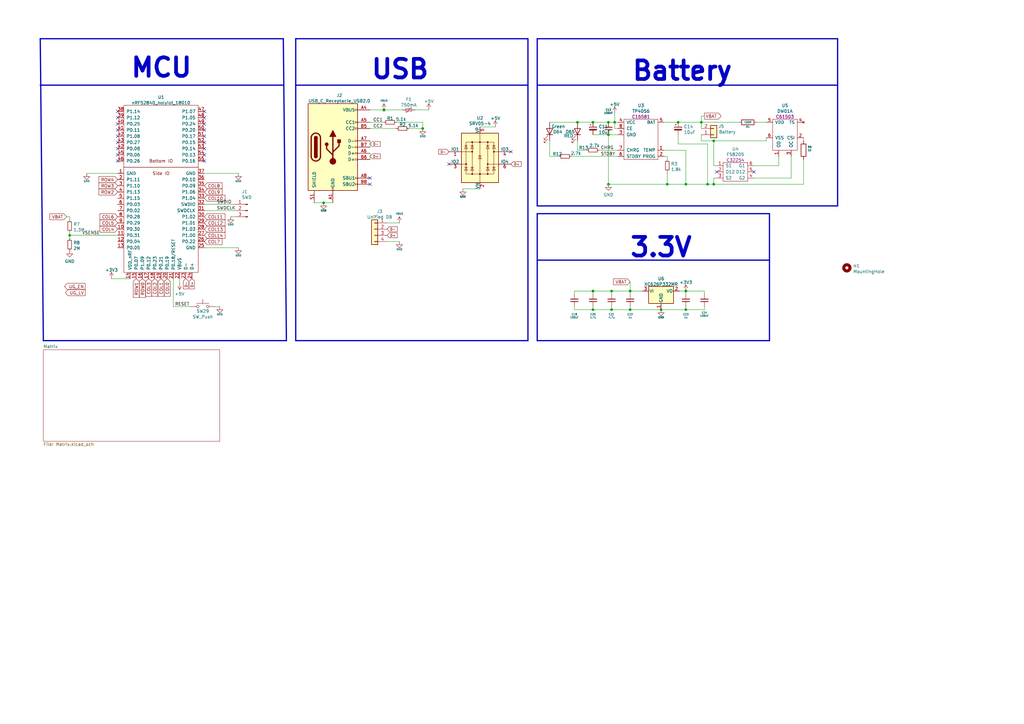
<source format=kicad_sch>
(kicad_sch (version 20210126) (generator eeschema)
  (paper "A3")
  (lib_symbols
    (symbol "Connector:Conn_01x03_Male" (pin_names (offset 1.016) hide)
      (property "Reference" "J" (at 0 5.08 0))
      (property "Value" "Conn_01x03_Male" (at 0 -5.08 0))
      (symbol "Conn_01x03_Male_1_1"
        (rectangle (start 0.8636 -2.413) (end 0 -2.667) (stroke (width 0.1524)) (fill (type outline)))
        (rectangle (start 0.8636 0.127) (end 0 -0.127) (stroke (width 0.1524)) (fill (type outline)))
        (rectangle (start 0.8636 2.667) (end 0 2.413) (stroke (width 0.1524)) (fill (type outline)))
        (polyline (pts (xy 1.27 -2.54) (xy 0.8636 -2.54)) (stroke (width 0.1524)))
        (polyline (pts (xy 1.27 0) (xy 0.8636 0)) (stroke (width 0.1524)))
        (polyline (pts (xy 1.27 2.54) (xy 0.8636 2.54)) (stroke (width 0.1524)))
        (pin passive line (at 5.08 2.54 180) (length 3.81) (name "Pin_1") (number "1"))
        (pin passive line (at 5.08 0 180) (length 3.81) (name "Pin_2") (number "2"))
        (pin passive line (at 5.08 -2.54 180) (length 3.81) (name "Pin_3") (number "3"))
      )
    )
    (symbol "Connector:USB_C_Receptacle_USB2.0" (pin_names (offset 1.016))
      (property "Reference" "J" (at -10.16 19.05 0))
      (property "Value" "USB_C_Receptacle_USB2.0" (at 19.05 19.05 0))
      (symbol "USB_C_Receptacle_USB2.0_0_0"
        (rectangle (start -0.254 -17.78) (end 0.254 -16.764))
        (rectangle (start 10.16 -14.986) (end 9.144 -15.494))
        (rectangle (start 10.16 -12.446) (end 9.144 -12.954))
        (rectangle (start 10.16 -4.826) (end 9.144 -5.334))
        (rectangle (start 10.16 -2.286) (end 9.144 -2.794))
        (rectangle (start 10.16 0.254) (end 9.144 -0.254))
        (rectangle (start 10.16 2.794) (end 9.144 2.286))
        (rectangle (start 10.16 7.874) (end 9.144 7.366))
        (rectangle (start 10.16 10.414) (end 9.144 9.906))
        (rectangle (start 10.16 15.494) (end 9.144 14.986))
      )
      (symbol "USB_C_Receptacle_USB2.0_0_1"
        (arc (start -8.89 -3.81) (end -5.08 -3.81) (radius (at -6.985 -3.81) (length 1.905) (angles -179.9 -0.1)) (stroke (width 0.508)))
        (arc (start -7.62 -3.81) (end -6.35 -3.81) (radius (at -6.985 -3.81) (length 0.635) (angles -179.9 -0.1)) (stroke (width 0.254)))
        (arc (start -6.35 3.81) (end -7.62 3.81) (radius (at -6.985 3.81) (length 0.635) (angles 0.1 179.9)) (stroke (width 0.254)))
        (arc (start -5.08 3.81) (end -8.89 3.81) (radius (at -6.985 3.81) (length 1.905) (angles 0.1 179.9)) (stroke (width 0.508)))
        (arc (start -7.62 -3.81) (end -6.35 -3.81) (radius (at -6.985 -3.81) (length 0.635) (angles -179.9 -0.1)) (stroke (width 0.254)) (fill (type outline)))
        (arc (start -6.35 3.81) (end -7.62 3.81) (radius (at -6.985 3.81) (length 0.635) (angles 0.1 179.9)) (stroke (width 0.254)) (fill (type outline)))
        (circle (center -2.54 1.143) (radius 0.635) (stroke (width 0.254)) (fill (type outline)))
        (circle (center 0 -5.842) (radius 1.27) (fill (type outline)))
        (rectangle (start -7.62 -3.81) (end -6.35 3.81) (stroke (width 0.254)) (fill (type outline)))
        (rectangle (start 1.905 1.778) (end 3.175 3.048) (stroke (width 0.254)) (fill (type outline)))
        (rectangle (start -10.16 17.78) (end 10.16 -17.78) (stroke (width 0.254)) (fill (type background)))
        (polyline (pts (xy -8.89 -3.81) (xy -8.89 3.81)) (stroke (width 0.508)))
        (polyline (pts (xy -5.08 3.81) (xy -5.08 -3.81)) (stroke (width 0.508)))
        (polyline (pts (xy 0 -5.842) (xy 0 4.318)) (stroke (width 0.508)))
        (polyline (pts (xy 0 -3.302) (xy -2.54 -0.762) (xy -2.54 0.508)) (stroke (width 0.508)))
        (polyline (pts (xy 0 -2.032) (xy 2.54 0.508) (xy 2.54 1.778)) (stroke (width 0.508)))
        (polyline (pts (xy -1.27 4.318) (xy 0 6.858) (xy 1.27 4.318) (xy -1.27 4.318)) (stroke (width 0.254)) (fill (type outline)))
      )
      (symbol "USB_C_Receptacle_USB2.0_1_1"
        (pin passive line (at 0 -22.86 90) (length 5.08) (name "GND") (number "A1"))
        (pin passive line (at 0 -22.86 90) (length 5.08) hide (name "GND") (number "A12"))
        (pin passive line (at 15.24 15.24 180) (length 5.08) (name "VBUS") (number "A4"))
        (pin bidirectional line (at 15.24 10.16 180) (length 5.08) (name "CC1") (number "A5"))
        (pin bidirectional line (at 15.24 -2.54 180) (length 5.08) (name "D+") (number "A6"))
        (pin bidirectional line (at 15.24 2.54 180) (length 5.08) (name "D-") (number "A7"))
        (pin bidirectional line (at 15.24 -12.7 180) (length 5.08) (name "SBU1") (number "A8"))
        (pin passive line (at 15.24 15.24 180) (length 5.08) hide (name "VBUS") (number "A9"))
        (pin passive line (at 0 -22.86 90) (length 5.08) hide (name "GND") (number "B1"))
        (pin passive line (at 0 -22.86 90) (length 5.08) hide (name "GND") (number "B12"))
        (pin passive line (at 15.24 15.24 180) (length 5.08) hide (name "VBUS") (number "B4"))
        (pin bidirectional line (at 15.24 7.62 180) (length 5.08) (name "CC2") (number "B5"))
        (pin bidirectional line (at 15.24 -5.08 180) (length 5.08) (name "D+") (number "B6"))
        (pin bidirectional line (at 15.24 0 180) (length 5.08) (name "D-") (number "B7"))
        (pin bidirectional line (at 15.24 -15.24 180) (length 5.08) (name "SBU2") (number "B8"))
        (pin passive line (at 15.24 15.24 180) (length 5.08) hide (name "VBUS") (number "B9"))
        (pin passive line (at -7.62 -22.86 90) (length 5.08) (name "SHIELD") (number "S1"))
      )
    )
    (symbol "Connector_Generic:Conn_01x02" (pin_names (offset 1.016) hide)
      (property "Reference" "J" (at 0 2.54 0))
      (property "Value" "Conn_01x02" (at 0 -5.08 0))
      (symbol "Conn_01x02_1_1"
        (rectangle (start -1.27 -2.413) (end 0 -2.667) (stroke (width 0.1524)))
        (rectangle (start -1.27 0.127) (end 0 -0.127) (stroke (width 0.1524)))
        (rectangle (start -1.27 1.27) (end 1.27 -3.81) (stroke (width 0.254)) (fill (type background)))
        (pin passive line (at -5.08 0 0) (length 3.81) (name "Pin_1") (number "1"))
        (pin passive line (at -5.08 -2.54 0) (length 3.81) (name "Pin_2") (number "2"))
      )
    )
    (symbol "Connector_Generic:Conn_01x04" (pin_names (offset 1.016) hide)
      (property "Reference" "J" (at 0 5.08 0))
      (property "Value" "Conn_01x04" (at 0 -7.62 0))
      (symbol "Conn_01x04_1_1"
        (rectangle (start -1.27 -4.953) (end 0 -5.207) (stroke (width 0.1524)))
        (rectangle (start -1.27 -2.413) (end 0 -2.667) (stroke (width 0.1524)))
        (rectangle (start -1.27 0.127) (end 0 -0.127) (stroke (width 0.1524)))
        (rectangle (start -1.27 2.667) (end 0 2.413) (stroke (width 0.1524)))
        (rectangle (start -1.27 3.81) (end 1.27 -6.35) (stroke (width 0.254)) (fill (type background)))
        (pin passive line (at -5.08 2.54 0) (length 3.81) (name "Pin_1") (number "1"))
        (pin passive line (at -5.08 0 0) (length 3.81) (name "Pin_2") (number "2"))
        (pin passive line (at -5.08 -2.54 0) (length 3.81) (name "Pin_3") (number "3"))
        (pin passive line (at -5.08 -5.08 0) (length 3.81) (name "Pin_4") (number "4"))
      )
    )
    (symbol "Device:CP_Small" (pin_numbers hide) (pin_names (offset 0.254) hide)
      (property "Reference" "C" (at 0.254 1.778 0))
      (property "Value" "CP_Small" (at 0.254 -2.032 0))
      (symbol "CP_Small_0_1"
        (rectangle (start -1.524 0.6858) (end 1.524 0.3048))
        (rectangle (start -1.524 -0.3048) (end 1.524 -0.6858) (fill (type outline)))
        (polyline (pts (xy -1.27 1.524) (xy -0.762 1.524)))
        (polyline (pts (xy -1.016 1.27) (xy -1.016 1.778)))
      )
      (symbol "CP_Small_1_1"
        (pin passive line (at 0 2.54 270) (length 1.8542) (name "~") (number "1"))
        (pin passive line (at 0 -2.54 90) (length 1.8542) (name "~") (number "2"))
      )
    )
    (symbol "Device:C_Small" (pin_numbers hide) (pin_names (offset 0.254) hide)
      (property "Reference" "C" (at 0.254 1.778 0))
      (property "Value" "C_Small" (at 0.254 -2.032 0))
      (symbol "C_Small_0_1"
        (polyline (pts (xy -1.524 -0.508) (xy 1.524 -0.508)) (stroke (width 0.3302)))
        (polyline (pts (xy -1.524 0.508) (xy 1.524 0.508)) (stroke (width 0.3048)))
      )
      (symbol "C_Small_1_1"
        (pin passive line (at 0 2.54 270) (length 2.032) (name "~") (number "1"))
        (pin passive line (at 0 -2.54 90) (length 2.032) (name "~") (number "2"))
      )
    )
    (symbol "Device:LED" (pin_numbers hide) (pin_names (offset 1.016) hide)
      (property "Reference" "D" (at 0 2.54 0))
      (property "Value" "LED" (at 0 -2.54 0))
      (symbol "LED_0_1"
        (polyline (pts (xy -1.27 -1.27) (xy -1.27 1.27)) (stroke (width 0.254)))
        (polyline (pts (xy -1.27 0) (xy 1.27 0)))
        (polyline (pts (xy 1.27 -1.27) (xy 1.27 1.27) (xy -1.27 0) (xy 1.27 -1.27)) (stroke (width 0.254)))
        (polyline (pts (xy -3.048 -0.762) (xy -4.572 -2.286) (xy -3.81 -2.286) (xy -4.572 -2.286) (xy -4.572 -1.524)))
        (polyline (pts (xy -1.778 -0.762) (xy -3.302 -2.286) (xy -2.54 -2.286) (xy -3.302 -2.286) (xy -3.302 -1.524)))
      )
      (symbol "LED_1_1"
        (pin passive line (at -3.81 0 0) (length 2.54) (name "K") (number "1"))
        (pin passive line (at 3.81 0 180) (length 2.54) (name "A") (number "2"))
      )
    )
    (symbol "Device:Polyfuse_Small" (pin_numbers hide) (pin_names (offset 0))
      (property "Reference" "F" (at -1.905 0 90))
      (property "Value" "Polyfuse_Small" (at 1.905 0 90))
      (symbol "Polyfuse_Small_0_1"
        (rectangle (start -0.508 1.27) (end 0.508 -1.27))
        (polyline (pts (xy 0 2.54) (xy 0 -2.54)))
        (polyline (pts (xy -1.016 1.27) (xy -1.016 0.762) (xy 1.016 -0.762) (xy 1.016 -1.27)))
      )
      (symbol "Polyfuse_Small_1_1"
        (pin passive line (at 0 2.54 270) (length 0.635) (name "~") (number "1"))
        (pin passive line (at 0 -2.54 90) (length 0.635) (name "~") (number "2"))
      )
    )
    (symbol "Device:R" (pin_numbers hide) (pin_names (offset 0))
      (property "Reference" "R" (at 2.032 0 90))
      (property "Value" "R" (at 0 0 90))
      (symbol "R_0_1"
        (rectangle (start -1.016 -2.54) (end 1.016 2.54) (stroke (width 0.254)))
      )
      (symbol "R_1_1"
        (pin passive line (at 0 3.81 270) (length 1.27) (name "~") (number "1"))
        (pin passive line (at 0 -3.81 90) (length 1.27) (name "~") (number "2"))
      )
    )
    (symbol "Device:R_Small" (pin_numbers hide) (pin_names (offset 0.254) hide)
      (property "Reference" "R" (at 0.762 0.508 0))
      (property "Value" "R_Small" (at 0.762 -1.016 0))
      (symbol "R_Small_0_1"
        (rectangle (start -0.762 1.778) (end 0.762 -1.778) (stroke (width 0.2032)))
      )
      (symbol "R_Small_1_1"
        (pin passive line (at 0 2.54 270) (length 0.762) (name "~") (number "1"))
        (pin passive line (at 0 -2.54 90) (length 0.762) (name "~") (number "2"))
      )
    )
    (symbol "Mechanical:MountingHole" (pin_names (offset 1.016))
      (property "Reference" "H" (at 0 5.08 0))
      (property "Value" "MountingHole" (at 0 3.175 0))
      (symbol "MountingHole_0_1"
        (circle (center 0 0) (radius 1.27) (stroke (width 1.27)))
      )
    )
    (symbol "Power_Protection:SRV05-4" (pin_names (offset 0))
      (property "Reference" "U" (at -5.08 11.43 0))
      (property "Value" "SRV05-4" (at 2.54 11.43 0))
      (symbol "SRV05-4_0_0"
        (rectangle (start -5.715 6.477) (end 5.715 -6.604))
        (polyline (pts (xy -3.175 -6.604) (xy -3.175 6.477)))
        (polyline (pts (xy 3.175 6.477) (xy 3.175 -6.604)))
      )
      (symbol "SRV05-4_0_1"
        (circle (center -5.715 -2.54) (radius 0.2794) (fill (type outline)))
        (circle (center -3.175 -6.604) (radius 0.2794) (fill (type outline)))
        (circle (center -3.175 2.54) (radius 0.2794) (fill (type outline)))
        (circle (center -3.175 6.477) (radius 0.2794) (fill (type outline)))
        (circle (center 0 -6.604) (radius 0.2794) (fill (type outline)))
        (circle (center 0 6.477) (radius 0.2794) (fill (type outline)))
        (circle (center 3.175 -6.604) (radius 0.2794) (fill (type outline)))
        (circle (center 3.175 -2.54) (radius 0.2794) (fill (type outline)))
        (circle (center 3.175 6.477) (radius 0.2794) (fill (type outline)))
        (circle (center 5.715 2.54) (radius 0.2794) (fill (type outline)))
        (rectangle (start -7.62 10.16) (end 7.62 -10.16) (stroke (width 0.254)) (fill (type background)))
        (polyline (pts (xy -7.747 2.54) (xy -3.175 2.54)))
        (polyline (pts (xy -7.62 -2.54) (xy -5.715 -2.54)))
        (polyline (pts (xy -5.08 -3.81) (xy -6.35 -3.81)))
        (polyline (pts (xy -5.08 5.08) (xy -6.35 5.08)))
        (polyline (pts (xy -2.54 -3.81) (xy -3.81 -3.81)))
        (polyline (pts (xy -2.54 5.08) (xy -3.81 5.08)))
        (polyline (pts (xy 0 10.16) (xy 0 -10.16)))
        (polyline (pts (xy 3.81 -3.81) (xy 2.54 -3.81)))
        (polyline (pts (xy 3.81 5.08) (xy 2.54 5.08)))
        (polyline (pts (xy 6.35 -3.81) (xy 5.08 -3.81)))
        (polyline (pts (xy 6.35 5.08) (xy 5.08 5.08)))
        (polyline (pts (xy 7.62 -2.54) (xy 3.175 -2.54)))
        (polyline (pts (xy 7.62 2.54) (xy 5.715 2.54)))
        (polyline (pts (xy 0.635 0.889) (xy -0.635 0.889) (xy -0.635 0.635)))
        (polyline (pts (xy -5.08 -5.08) (xy -6.35 -5.08) (xy -5.715 -3.81) (xy -5.08 -5.08)))
        (polyline (pts (xy -5.08 3.81) (xy -6.35 3.81) (xy -5.715 5.08) (xy -5.08 3.81)))
        (polyline (pts (xy -2.54 -5.08) (xy -3.81 -5.08) (xy -3.175 -3.81) (xy -2.54 -5.08)))
        (polyline (pts (xy -2.54 3.81) (xy -3.81 3.81) (xy -3.175 5.08) (xy -2.54 3.81)))
        (polyline (pts (xy 0.635 -0.381) (xy -0.635 -0.381) (xy 0 0.889) (xy 0.635 -0.381)))
        (polyline (pts (xy 3.81 -5.08) (xy 2.54 -5.08) (xy 3.175 -3.81) (xy 3.81 -5.08)))
        (polyline (pts (xy 3.81 3.81) (xy 2.54 3.81) (xy 3.175 5.08) (xy 3.81 3.81)))
        (polyline (pts (xy 6.35 -5.08) (xy 5.08 -5.08) (xy 5.715 -3.81) (xy 6.35 -5.08)))
        (polyline (pts (xy 6.35 3.81) (xy 5.08 3.81) (xy 5.715 5.08) (xy 6.35 3.81)))
      )
      (symbol "SRV05-4_1_1"
        (pin passive line (at -12.7 2.54 0) (length 5.08) (name "IO1") (number "1"))
        (pin passive line (at 0 -12.7 90) (length 2.54) (name "VN") (number "2"))
        (pin passive line (at -12.7 -2.54 0) (length 5.08) (name "IO2") (number "3"))
        (pin passive line (at 12.7 2.54 180) (length 5.08) (name "IO3") (number "4"))
        (pin passive line (at 0 12.7 270) (length 2.54) (name "VP") (number "5"))
        (pin passive line (at 12.7 -2.54 180) (length 5.08) (name "IO4") (number "6"))
      )
    )
    (symbol "Switch:SW_Push" (pin_numbers hide) (pin_names (offset 1.016) hide)
      (property "Reference" "SW" (at 1.27 2.54 0))
      (property "Value" "SW_Push" (at 0 -1.524 0))
      (symbol "SW_Push_0_1"
        (circle (center -2.032 0) (radius 0.508))
        (circle (center 2.032 0) (radius 0.508))
        (polyline (pts (xy 0 1.27) (xy 0 3.048)))
        (polyline (pts (xy 2.54 1.27) (xy -2.54 1.27)))
        (pin passive line (at -5.08 0 0) (length 2.54) (name "1") (number "1"))
        (pin passive line (at 5.08 0 180) (length 2.54) (name "2") (number "2"))
      )
    )
    (symbol "kicad-keyboard-parts:DW01A" (pin_names (offset 1.016))
      (property "Reference" "U" (at -5.08 7.62 0))
      (property "Value" "DW01A" (at 2.54 7.62 0))
      (property "LCSC" "C61503" (at 0 0 0))
      (symbol "DW01A_0_1"
        (rectangle (start -5.08 6.35) (end 5.08 -6.35))
      )
      (symbol "DW01A_1_1"
        (pin output line (at -2.54 -8.89 90) (length 2.54) (name "OD") (number "1"))
        (pin input line (at 7.62 -1.27 180) (length 2.54) (name "CSI") (number "2"))
        (pin output line (at 2.54 -8.89 90) (length 2.54) (name "OC") (number "3"))
        (pin no_connect line (at 7.62 5.08 180) (length 2.54) (name "TS") (number "4"))
        (pin power_in line (at -7.62 5.08 0) (length 2.54) (name "VDD") (number "5"))
        (pin power_in line (at -7.62 -1.27 0) (length 2.54) (name "VSS") (number "6"))
      )
    )
    (symbol "kicad-keyboard-parts:FS8205" (pin_names (offset 1.016))
      (property "Reference" "U" (at -3.81 5.08 0))
      (property "Value" "FS8205" (at -1.27 -5.08 0))
      (property "LCSC" "C32254" (at 0 0 0))
      (symbol "FS8205_0_1"
        (rectangle (start -5.08 3.81) (end 5.08 -3.81))
      )
      (symbol "FS8205_1_1"
        (pin power_in line (at -7.62 2.54 0) (length 2.54) (name "S1") (number "1"))
        (pin power_in line (at -7.62 0 0) (length 2.54) (name "D12") (number "2"))
        (pin power_in line (at -7.62 -2.54 0) (length 2.54) (name "S2") (number "3"))
        (pin input line (at 7.62 -2.54 180) (length 2.54) (name "G2") (number "4"))
        (pin power_in line (at 7.62 0 180) (length 2.54) (name "D12") (number "5"))
        (pin input line (at 7.62 2.54 180) (length 2.54) (name "G1") (number "6"))
      )
    )
    (symbol "kicad-keyboard-parts:TP4056" (pin_names (offset 1.016))
      (property "Reference" "U" (at -6.35 8.89 0))
      (property "Value" "TP4056" (at 2.54 -10.16 0))
      (property "LCSC" "C16581" (at 0 0 0))
      (symbol "TP4056_0_1"
        (rectangle (start -7.62 7.62) (end 6.35 -8.89))
      )
      (symbol "TP4056_1_1"
        (pin input line (at 8.89 -5.08 180) (length 2.54) (name "TEMP") (number "1"))
        (pin input line (at 8.89 -7.62 180) (length 2.54) (name "PROG") (number "2"))
        (pin power_in line (at -10.16 1.27 0) (length 2.54) (name "GND") (number "3"))
        (pin power_in line (at -10.16 6.35 0) (length 2.54) (name "VCC") (number "4"))
        (pin power_out line (at 8.89 6.35 180) (length 2.54) (name "BAT") (number "5"))
        (pin output line (at -10.16 -7.62 0) (length 2.54) (name "STDBY") (number "6"))
        (pin output line (at -10.16 -5.08 0) (length 2.54) (name "CHRG") (number "7"))
        (pin input line (at -10.16 3.81 0) (length 2.54) (name "CE") (number "8"))
      )
    )
    (symbol "kicad-keyboard-parts:XC6206PxxxMR-Regulator_Linear" (pin_names (offset 0.254))
      (property "Reference" "U" (at -3.81 3.175 0))
      (property "Value" "XC6206PxxxMR-Regulator_Linear" (at 0 3.175 0))
      (property "LCSC" "C5446" (at 0 0 0))
      (symbol "XC6206PxxxMR-Regulator_Linear_0_1"
        (rectangle (start -5.08 1.905) (end 5.08 -5.08) (stroke (width 0.254)) (fill (type background)))
      )
      (symbol "XC6206PxxxMR-Regulator_Linear_1_1"
        (pin power_in line (at 0 -7.62 90) (length 2.54) (name "GND") (number "1"))
        (pin power_out line (at 7.62 0 180) (length 2.54) (name "VO") (number "2"))
        (pin power_in line (at -7.62 0 0) (length 2.54) (name "VI") (number "3"))
      )
    )
    (symbol "kicad-keyboard-parts:nRF52840_holyiot_18010" (pin_names (offset 1.016))
      (property "Reference" "U" (at -2.54 39.37 0))
      (property "Value" "nRF52840_holyiot_18010" (at 0 36.83 0))
      (symbol "nRF52840_holyiot_18010_0_0"
        (text "Bottom IO" (at 0 11.43 0) (effects (font (size 1.27 1.27))))
        (text "Side IO" (at 0 6.35 0) (effects (font (size 1.27 1.27))))
        (rectangle (start -15.24 8.89) (end 15.24 -34.29))
        (rectangle (start -15.24 8.89) (end 15.24 34.29))
      )
      (symbol "nRF52840_holyiot_18010_1_1"
        (pin power_in line (at -17.78 6.35 0) (length 2.54) (name "GND") (number "1"))
        (pin bidirectional line (at -17.78 -16.51 0) (length 2.54) (name "P0.30") (number "10"))
        (pin bidirectional line (at -17.78 -19.05 0) (length 2.54) (name "P0.31") (number "11"))
        (pin bidirectional line (at -17.78 -21.59 0) (length 2.54) (name "P0.04") (number "12"))
        (pin bidirectional line (at -17.78 -24.13 0) (length 2.54) (name "P0.05") (number "13"))
        (pin power_in line (at -12.7 -36.83 90) (length 2.54) (name "VDD_nRF") (number "14"))
        (pin bidirectional line (at -10.16 -36.83 90) (length 2.54) (name "P0.07") (number "15"))
        (pin bidirectional line (at -7.62 -36.83 90) (length 2.54) (name "P1.09") (number "16"))
        (pin bidirectional line (at -5.08 -36.83 90) (length 2.54) (name "P0.12") (number "17"))
        (pin bidirectional line (at -2.54 -36.83 90) (length 2.54) (name "P0.23") (number "18"))
        (pin bidirectional line (at 0 -36.83 90) (length 2.54) (name "P0.21") (number "19"))
        (pin bidirectional line (at -17.78 3.81 0) (length 2.54) (name "P1.11") (number "2"))
        (pin bidirectional line (at 2.54 -36.83 90) (length 2.54) (name "P0.19") (number "20"))
        (pin input line (at 5.08 -36.83 90) (length 2.54) (name "P0.18/RESET") (number "21"))
        (pin power_in line (at 7.62 -36.83 90) (length 2.54) (name "VBUS") (number "22"))
        (pin bidirectional line (at 10.16 -36.83 90) (length 2.54) (name "D-") (number "23"))
        (pin bidirectional line (at 12.7 -36.83 90) (length 2.54) (name "D+") (number "24"))
        (pin power_in line (at 17.78 -24.13 180) (length 2.54) (name "GND") (number "25"))
        (pin bidirectional line (at 17.78 -21.59 180) (length 2.54) (name "P0.22") (number "26"))
        (pin bidirectional line (at 17.78 -19.05 180) (length 2.54) (name "P1.00") (number "27"))
        (pin bidirectional line (at 17.78 -16.51 180) (length 2.54) (name "P1.03") (number "28"))
        (pin bidirectional line (at 17.78 -13.97 180) (length 2.54) (name "P1.01") (number "29"))
        (pin bidirectional line (at -17.78 1.27 0) (length 2.54) (name "P1.10") (number "3"))
        (pin bidirectional line (at 17.78 -11.43 180) (length 2.54) (name "P1.02") (number "30"))
        (pin bidirectional line (at 17.78 -8.89 180) (length 2.54) (name "SWDCLK") (number "31"))
        (pin bidirectional line (at 17.78 -6.35 180) (length 2.54) (name "SWDIO") (number "32"))
        (pin bidirectional line (at 17.78 -3.81 180) (length 2.54) (name "P1.04") (number "33"))
        (pin bidirectional line (at 17.78 -1.27 180) (length 2.54) (name "P1.06") (number "34"))
        (pin bidirectional line (at 17.78 1.27 180) (length 2.54) (name "P0.09") (number "35"))
        (pin bidirectional line (at 17.78 3.81 180) (length 2.54) (name "P0.10") (number "36"))
        (pin power_in line (at 17.78 6.35 180) (length 2.54) (name "GND") (number "37"))
        (pin bidirectional line (at -17.78 31.75 0) (length 2.54) (name "P1.14") (number "38"))
        (pin bidirectional line (at -17.78 29.21 0) (length 2.54) (name "P1.12") (number "39"))
        (pin bidirectional line (at -17.78 -1.27 0) (length 2.54) (name "P1.13") (number "4"))
        (pin bidirectional line (at -17.78 26.67 0) (length 2.54) (name "P0.25") (number "40"))
        (pin bidirectional line (at -17.78 24.13 0) (length 2.54) (name "P0.11") (number "41"))
        (pin bidirectional line (at -17.78 16.51 0) (length 2.54) (name "P0.08") (number "42"))
        (pin bidirectional line (at -17.78 21.59 0) (length 2.54) (name "P1.08") (number "42"))
        (pin bidirectional line (at -17.78 19.05 0) (length 2.54) (name "P0.27") (number "43"))
        (pin bidirectional line (at -17.78 13.97 0) (length 2.54) (name "P0.06") (number "45"))
        (pin bidirectional line (at -17.78 11.43 0) (length 2.54) (name "P0.26") (number "46"))
        (pin bidirectional line (at 17.78 31.75 180) (length 2.54) (name "P1.07") (number "47"))
        (pin bidirectional line (at 17.78 29.21 180) (length 2.54) (name "P1.05") (number "48"))
        (pin bidirectional line (at 17.78 26.67 180) (length 2.54) (name "P0.24") (number "49"))
        (pin bidirectional line (at -17.78 -3.81 0) (length 2.54) (name "P1.15") (number "5"))
        (pin bidirectional line (at 17.78 24.13 180) (length 2.54) (name "P0.20") (number "50"))
        (pin bidirectional line (at 17.78 21.59 180) (length 2.54) (name "P0.17") (number "51"))
        (pin bidirectional line (at 17.78 19.05 180) (length 2.54) (name "P0.15") (number "52"))
        (pin bidirectional line (at 17.78 16.51 180) (length 2.54) (name "P0.14") (number "53"))
        (pin bidirectional line (at 17.78 13.97 180) (length 2.54) (name "P0.13") (number "54"))
        (pin bidirectional line (at 17.78 11.43 180) (length 2.54) (name "P0.16") (number "55"))
        (pin bidirectional line (at -17.78 -6.35 0) (length 2.54) (name "P0.03") (number "6"))
        (pin bidirectional line (at -17.78 -8.89 0) (length 2.54) (name "P0.02") (number "7"))
        (pin bidirectional line (at -17.78 -11.43 0) (length 2.54) (name "P0.28") (number "8"))
        (pin bidirectional line (at -17.78 -13.97 0) (length 2.54) (name "P0.29") (number "9"))
      )
    )
    (symbol "power:+3.3V" (power) (pin_names (offset 0))
      (property "Value" "+3.3V" (at 0 3.556 0))
      (symbol "+3.3V_0_1"
        (polyline (pts (xy -0.762 1.27) (xy 0 2.54)))
        (polyline (pts (xy 0 0) (xy 0 2.54)))
        (polyline (pts (xy 0 2.54) (xy 0.762 1.27)))
      )
      (symbol "+3.3V_1_1"
        (pin power_in line (at 0 0 90) (length 0) hide (name "+3V3") (number "1"))
      )
    )
    (symbol "power:+5V" (power) (pin_names (offset 0))
      (property "Value" "+5V" (at 0 3.556 0))
      (symbol "+5V_0_1"
        (polyline (pts (xy -0.762 1.27) (xy 0 2.54)))
        (polyline (pts (xy 0 0) (xy 0 2.54)))
        (polyline (pts (xy 0 2.54) (xy 0.762 1.27)))
      )
      (symbol "+5V_1_1"
        (pin power_in line (at 0 0 90) (length 0) hide (name "+5V") (number "1"))
      )
    )
    (symbol "power:GND" (power) (pin_names (offset 0))
      (property "Value" "GND" (at 0 -3.81 0))
      (symbol "GND_0_1"
        (polyline (pts (xy 0 0) (xy 0 -1.27) (xy 1.27 -1.27) (xy 0 -2.54) (xy -1.27 -1.27) (xy 0 -1.27)))
      )
      (symbol "GND_1_1"
        (pin power_in line (at 0 0 270) (length 0) hide (name "GND") (number "1"))
      )
    )
    (symbol "power:VBUS" (power) (pin_names (offset 0))
      (property "Value" "VBUS" (at 0 3.81 0))
      (symbol "VBUS_0_1"
        (polyline (pts (xy -0.762 1.27) (xy 0 2.54)))
        (polyline (pts (xy 0 0) (xy 0 2.54)))
        (polyline (pts (xy 0 2.54) (xy 0.762 1.27)))
      )
      (symbol "VBUS_1_1"
        (pin power_in line (at 0 0 90) (length 0) hide (name "VBUS") (number "1"))
      )
    )
  )
  (junction (at 28.575 96.52) (diameter 0.9144))
  (junction (at 132.715 83.185) (diameter 0.9144))
  (junction (at 157.48 45.085) (diameter 1.016))
  (junction (at 173.355 52.705) (diameter 0.9144))
  (junction (at 236.855 50.165) (diameter 0.9144))
  (junction (at 243.205 50.165) (diameter 0.9144))
  (junction (at 243.205 119.38) (diameter 0.9144))
  (junction (at 243.205 127) (diameter 0.9144))
  (junction (at 249.555 50.165) (diameter 0.9144))
  (junction (at 249.555 55.245) (diameter 0.9144))
  (junction (at 249.555 75.565) (diameter 0.9144))
  (junction (at 250.825 119.38) (diameter 0.9144))
  (junction (at 250.825 127) (diameter 0.9144))
  (junction (at 252.095 50.165) (diameter 0.9144))
  (junction (at 258.445 119.38) (diameter 0.9144))
  (junction (at 258.445 127) (diameter 0.9144))
  (junction (at 271.145 127) (diameter 0.9144))
  (junction (at 273.685 75.565) (diameter 0.9144))
  (junction (at 278.13 50.165) (diameter 0.9144))
  (junction (at 281.305 75.565) (diameter 0.9144))
  (junction (at 281.305 119.38) (diameter 0.9144))
  (junction (at 281.305 127) (diameter 0.9144))
  (junction (at 287.655 50.165) (diameter 0.9144))
  (junction (at 290.195 75.565) (diameter 0.9144))
  (junction (at 292.735 57.785) (diameter 0.9144))
  (junction (at 292.735 75.565) (diameter 0.9144))
  (no_connect (at 48.26 45.72))
  (no_connect (at 48.26 48.26))
  (no_connect (at 48.26 50.8))
  (no_connect (at 48.26 53.34))
  (no_connect (at 48.26 55.88))
  (no_connect (at 48.26 58.42))
  (no_connect (at 48.26 60.96))
  (no_connect (at 48.26 63.5))
  (no_connect (at 48.26 66.04))
  (no_connect (at 83.82 45.72))
  (no_connect (at 83.82 48.26))
  (no_connect (at 83.82 50.8))
  (no_connect (at 83.82 53.34))
  (no_connect (at 83.82 55.88))
  (no_connect (at 83.82 58.42))
  (no_connect (at 83.82 60.96))
  (no_connect (at 83.82 63.5))
  (no_connect (at 83.82 66.04))
  (no_connect (at 151.765 73.025))
  (no_connect (at 151.765 75.565))
  (no_connect (at 184.15 67.31))
  (no_connect (at 209.55 62.23))
  (no_connect (at 294.005 70.485))
  (no_connect (at 309.245 70.485))
  (wire (pts (xy 27.305 88.9) (xy 28.575 88.9)))
  (wire (pts (xy 28.575 88.9) (xy 28.575 90.17)))
  (wire (pts (xy 28.575 95.25) (xy 28.575 96.52)))
  (wire (pts (xy 28.575 96.52) (xy 28.575 97.79)))
  (wire (pts (xy 28.575 96.52) (xy 48.26 96.52)))
  (wire (pts (xy 35.56 71.12) (xy 48.26 71.12)))
  (wire (pts (xy 45.72 114.3) (xy 53.34 114.3)))
  (wire (pts (xy 71.12 114.3) (xy 71.12 125.73)))
  (wire (pts (xy 71.12 125.73) (xy 78.105 125.73)))
  (wire (pts (xy 73.66 114.3) (xy 73.66 116.205)))
  (wire (pts (xy 83.82 71.12) (xy 97.79 71.12)))
  (wire (pts (xy 83.82 83.82) (xy 96.52 83.82)))
  (wire (pts (xy 83.82 86.36) (xy 96.52 86.36)))
  (wire (pts (xy 83.82 101.6) (xy 97.79 101.6)))
  (wire (pts (xy 88.265 125.73) (xy 90.17 125.73)))
  (wire (pts (xy 94.615 88.9) (xy 96.52 88.9)))
  (wire (pts (xy 128.905 83.185) (xy 132.715 83.185)))
  (wire (pts (xy 132.715 83.185) (xy 136.525 83.185)))
  (wire (pts (xy 151.765 45.085) (xy 157.48 45.085)))
  (wire (pts (xy 151.765 50.165) (xy 157.48 50.165)))
  (wire (pts (xy 151.765 52.705) (xy 162.56 52.705)))
  (wire (pts (xy 151.765 57.785) (xy 151.765 60.325)))
  (wire (pts (xy 151.765 62.865) (xy 151.765 65.405)))
  (wire (pts (xy 157.48 45.085) (xy 165.1 45.085)))
  (wire (pts (xy 158.75 91.44) (xy 163.83 91.44)))
  (wire (pts (xy 158.75 99.06) (xy 163.83 99.06)))
  (wire (pts (xy 162.56 50.165) (xy 173.355 50.165)))
  (wire (pts (xy 167.64 52.705) (xy 173.355 52.705)))
  (wire (pts (xy 170.18 45.085) (xy 175.895 45.085)))
  (wire (pts (xy 173.355 50.165) (xy 173.355 52.705)))
  (wire (pts (xy 189.865 77.47) (xy 196.85 77.47)))
  (wire (pts (xy 196.85 52.07) (xy 203.2 52.07)))
  (wire (pts (xy 225.425 50.165) (xy 236.855 50.165)))
  (wire (pts (xy 225.425 57.785) (xy 225.425 64.135)))
  (wire (pts (xy 225.425 64.135) (xy 229.235 64.135)))
  (wire (pts (xy 234.315 64.135) (xy 253.365 64.135)))
  (wire (pts (xy 235.585 119.38) (xy 235.585 120.65)))
  (wire (pts (xy 235.585 119.38) (xy 243.205 119.38)))
  (wire (pts (xy 235.585 125.73) (xy 235.585 127)))
  (wire (pts (xy 235.585 127) (xy 243.205 127)))
  (wire (pts (xy 236.855 50.165) (xy 243.205 50.165)))
  (wire (pts (xy 236.855 61.595) (xy 236.855 57.785)))
  (wire (pts (xy 236.855 61.595) (xy 240.665 61.595)))
  (wire (pts (xy 243.205 50.165) (xy 249.555 50.165)))
  (wire (pts (xy 243.205 55.245) (xy 249.555 55.245)))
  (wire (pts (xy 243.205 119.38) (xy 243.205 120.65)))
  (wire (pts (xy 243.205 119.38) (xy 250.825 119.38)))
  (wire (pts (xy 243.205 127) (xy 243.205 125.73)))
  (wire (pts (xy 245.745 61.595) (xy 253.365 61.595)))
  (wire (pts (xy 249.555 50.165) (xy 252.095 50.165)))
  (wire (pts (xy 249.555 55.245) (xy 249.555 75.565)))
  (wire (pts (xy 249.555 55.245) (xy 253.365 55.245)))
  (wire (pts (xy 250.825 119.38) (xy 250.825 120.65)))
  (wire (pts (xy 250.825 119.38) (xy 258.445 119.38)))
  (wire (pts (xy 250.825 125.73) (xy 250.825 127)))
  (wire (pts (xy 250.825 127) (xy 243.205 127)))
  (wire (pts (xy 252.095 46.355) (xy 252.095 50.165)))
  (wire (pts (xy 252.095 50.165) (xy 253.365 50.165)))
  (wire (pts (xy 252.095 52.705) (xy 252.095 50.165)))
  (wire (pts (xy 253.365 52.705) (xy 252.095 52.705)))
  (wire (pts (xy 258.445 115.57) (xy 258.445 119.38)))
  (wire (pts (xy 258.445 119.38) (xy 258.445 120.65)))
  (wire (pts (xy 258.445 119.38) (xy 263.525 119.38)))
  (wire (pts (xy 258.445 125.73) (xy 258.445 127)))
  (wire (pts (xy 258.445 127) (xy 250.825 127)))
  (wire (pts (xy 271.145 127) (xy 258.445 127)))
  (wire (pts (xy 271.145 127) (xy 281.305 127)))
  (wire (pts (xy 272.415 50.165) (xy 278.13 50.165)))
  (wire (pts (xy 272.415 61.595) (xy 281.305 61.595)))
  (wire (pts (xy 272.415 64.135) (xy 273.685 64.135)))
  (wire (pts (xy 273.685 64.135) (xy 273.685 65.405)))
  (wire (pts (xy 273.685 70.485) (xy 273.685 75.565)))
  (wire (pts (xy 273.685 75.565) (xy 249.555 75.565)))
  (wire (pts (xy 273.685 75.565) (xy 281.305 75.565)))
  (wire (pts (xy 278.13 50.165) (xy 287.655 50.165)))
  (wire (pts (xy 278.13 55.245) (xy 278.13 59.055)))
  (wire (pts (xy 278.13 59.055) (xy 290.195 59.055)))
  (wire (pts (xy 278.765 119.38) (xy 281.305 119.38)))
  (wire (pts (xy 281.305 61.595) (xy 281.305 75.565)))
  (wire (pts (xy 281.305 75.565) (xy 290.195 75.565)))
  (wire (pts (xy 281.305 119.38) (xy 281.305 120.65)))
  (wire (pts (xy 281.305 119.38) (xy 288.925 119.38)))
  (wire (pts (xy 281.305 125.73) (xy 281.305 127)))
  (wire (pts (xy 281.305 127) (xy 288.925 127)))
  (wire (pts (xy 287.655 47.625) (xy 287.655 50.165)))
  (wire (pts (xy 287.655 50.165) (xy 287.655 52.705)))
  (wire (pts (xy 287.655 50.165) (xy 302.895 50.165)))
  (wire (pts (xy 287.655 55.245) (xy 287.655 57.785)))
  (wire (pts (xy 288.925 47.625) (xy 287.655 47.625)))
  (wire (pts (xy 288.925 119.38) (xy 288.925 120.65)))
  (wire (pts (xy 288.925 127) (xy 288.925 125.73)))
  (wire (pts (xy 290.195 59.055) (xy 290.195 75.565)))
  (wire (pts (xy 290.195 75.565) (xy 292.735 75.565)))
  (wire (pts (xy 292.735 57.785) (xy 287.655 57.785)))
  (wire (pts (xy 292.735 67.945) (xy 292.735 57.785)))
  (wire (pts (xy 292.735 73.025) (xy 292.735 75.565)))
  (wire (pts (xy 292.735 75.565) (xy 329.565 75.565)))
  (wire (pts (xy 294.005 67.945) (xy 292.735 67.945)))
  (wire (pts (xy 294.005 73.025) (xy 292.735 73.025)))
  (wire (pts (xy 309.245 67.945) (xy 319.405 67.945)))
  (wire (pts (xy 309.245 73.025) (xy 324.485 73.025)))
  (wire (pts (xy 310.515 50.165) (xy 314.325 50.165)))
  (wire (pts (xy 314.325 56.515) (xy 314.325 57.785)))
  (wire (pts (xy 314.325 57.785) (xy 292.735 57.785)))
  (wire (pts (xy 319.405 64.135) (xy 319.405 67.945)))
  (wire (pts (xy 324.485 64.135) (xy 324.485 73.025)))
  (wire (pts (xy 329.565 56.515) (xy 329.565 57.785)))
  (wire (pts (xy 329.565 65.405) (xy 329.565 75.565)))
  (polyline (pts (xy 16.51 15.875) (xy 17.78 139.7)) (stroke (width 0.508) (type solid)))
  (polyline (pts (xy 16.51 15.875) (xy 116.205 15.875)) (stroke (width 0.508) (type solid)))
  (polyline (pts (xy 16.51 34.925) (xy 116.205 34.925)) (stroke (width 0.508) (type solid)))
  (polyline (pts (xy 116.205 15.875) (xy 117.475 139.7)) (stroke (width 0.508) (type solid)))
  (polyline (pts (xy 117.475 139.7) (xy 17.78 139.7)) (stroke (width 0.508) (type solid)))
  (polyline (pts (xy 121.285 15.875) (xy 121.285 139.7)) (stroke (width 0.508) (type solid)))
  (polyline (pts (xy 121.285 15.875) (xy 216.535 15.875)) (stroke (width 0.508) (type solid)))
  (polyline (pts (xy 121.285 34.925) (xy 216.535 34.925)) (stroke (width 0.508) (type solid)))
  (polyline (pts (xy 216.535 15.875) (xy 216.535 139.7)) (stroke (width 0.508) (type solid)))
  (polyline (pts (xy 216.535 139.7) (xy 121.285 139.7)) (stroke (width 0.508) (type solid)))
  (polyline (pts (xy 220.345 15.875) (xy 220.345 84.455)) (stroke (width 0.508) (type solid)))
  (polyline (pts (xy 220.345 15.875) (xy 343.535 15.875)) (stroke (width 0.508) (type solid)))
  (polyline (pts (xy 220.345 34.925) (xy 343.535 34.925)) (stroke (width 0.508) (type solid)))
  (polyline (pts (xy 220.345 87.63) (xy 220.345 139.7)) (stroke (width 0.508) (type solid)))
  (polyline (pts (xy 220.345 87.63) (xy 315.595 87.63)) (stroke (width 0.508) (type solid)))
  (polyline (pts (xy 220.345 106.68) (xy 315.595 106.68)) (stroke (width 0.508) (type solid)))
  (polyline (pts (xy 315.595 87.63) (xy 315.595 139.7)) (stroke (width 0.508) (type solid)))
  (polyline (pts (xy 315.595 139.7) (xy 220.345 139.7)) (stroke (width 0.508) (type solid)))
  (polyline (pts (xy 343.535 15.875) (xy 343.535 84.455)) (stroke (width 0.508) (type solid)))
  (polyline (pts (xy 343.535 84.455) (xy 220.345 84.455)) (stroke (width 0.508) (type solid)))
  (text "MCU" (at 79.375 32.385 180) (effects (font (size 7.62 7.62) (thickness 1.524) bold) (justify right bottom)))
  (text "USB" (at 176.53 33.02 180) (effects (font (size 7.62 7.62) (thickness 1.524) bold) (justify right bottom)))
  (text "3.3V" (at 284.48 106.045 180) (effects (font (size 7.62 7.62) (thickness 1.524) bold) (justify right bottom)))
  (text "Battery\n" (at 300.99 33.655 180) (effects (font (size 7.62 7.62) (thickness 1.524) bold) (justify right bottom)))
  (label "VSENSE" (at 33.655 96.52 0))
  (label "RESET" (at 71.755 125.73 0))
  (label "SWDIO" (at 88.9 83.82 0))
  (label "SWDCLK" (at 88.9 86.36 0))
  (label "CC1" (at 153.035 50.165 0))
  (label "CC2" (at 153.035 52.705 0))
  (label "CHRG" (at 246.38 61.595 0))
  (label "STDBY" (at 246.38 64.135 0))
  (global_label "VBAT" (shape input) (at 27.305 88.9 180) (property "Intersheet References" "${INTERSHEET_REFS}" (effects hide)))
  (global_label "UG_EN" (shape output) (at 34.925 117.475 180) (property "Intersheet References" "${INTERSHEET_REFS}" (effects hide)))
  (global_label "UG_LV" (shape output) (at 34.925 120.015 180) (property "Intersheet References" "${INTERSHEET_REFS}" (effects hide)))
  (global_label "ROW4" (shape input) (at 48.26 73.66 180) (property "Intersheet References" "${INTERSHEET_REFS}" (effects hide)))
  (global_label "ROW3" (shape input) (at 48.26 76.2 180) (property "Intersheet References" "${INTERSHEET_REFS}" (effects hide)))
  (global_label "ROW2" (shape input) (at 48.26 78.74 180) (property "Intersheet References" "${INTERSHEET_REFS}" (effects hide)))
  (global_label "COL6" (shape input) (at 48.26 88.9 180) (property "Intersheet References" "${INTERSHEET_REFS}" (effects hide)))
  (global_label "COL5" (shape input) (at 48.26 91.44 180) (property "Intersheet References" "${INTERSHEET_REFS}" (effects hide)))
  (global_label "COL4" (shape input) (at 48.26 93.98 180) (property "Intersheet References" "${INTERSHEET_REFS}" (effects hide)))
  (global_label "ROW1" (shape input) (at 55.88 114.3 270) (property "Intersheet References" "${INTERSHEET_REFS}" (effects hide)))
  (global_label "ROW0" (shape input) (at 58.42 114.3 270) (property "Intersheet References" "${INTERSHEET_REFS}" (effects hide)))
  (global_label "COL3" (shape input) (at 60.96 114.3 270) (property "Intersheet References" "${INTERSHEET_REFS}" (effects hide)))
  (global_label "COL2" (shape input) (at 63.5 114.3 270) (property "Intersheet References" "${INTERSHEET_REFS}" (effects hide)))
  (global_label "COL1" (shape input) (at 66.04 114.3 270) (property "Intersheet References" "${INTERSHEET_REFS}" (effects hide)))
  (global_label "COL0" (shape input) (at 68.58 114.3 270) (property "Intersheet References" "${INTERSHEET_REFS}" (effects hide)))
  (global_label "D-" (shape input) (at 76.2 114.3 270) (effects (font (size 1.016 1.016))) (property "Intersheet References" "${INTERSHEET_REFS}" (effects hide)))
  (global_label "D+" (shape input) (at 78.74 114.3 270) (effects (font (size 1.016 1.016))) (property "Intersheet References" "${INTERSHEET_REFS}" (effects hide)))
  (global_label "COL8" (shape input) (at 83.82 76.2 0) (property "Intersheet References" "${INTERSHEET_REFS}" (effects hide)))
  (global_label "COL9" (shape input) (at 83.82 78.74 0) (property "Intersheet References" "${INTERSHEET_REFS}" (effects hide)))
  (global_label "COL10" (shape input) (at 83.82 81.28 0) (property "Intersheet References" "${INTERSHEET_REFS}" (effects hide)))
  (global_label "COL11" (shape input) (at 83.82 88.9 0) (property "Intersheet References" "${INTERSHEET_REFS}" (effects hide)))
  (global_label "COL12" (shape input) (at 83.82 91.44 0) (property "Intersheet References" "${INTERSHEET_REFS}" (effects hide)))
  (global_label "COL13" (shape input) (at 83.82 93.98 0) (property "Intersheet References" "${INTERSHEET_REFS}" (effects hide)))
  (global_label "COL14" (shape input) (at 83.82 96.52 0) (property "Intersheet References" "${INTERSHEET_REFS}" (effects hide)))
  (global_label "COL7" (shape input) (at 83.82 99.06 0) (property "Intersheet References" "${INTERSHEET_REFS}" (effects hide)))
  (global_label "D-" (shape input) (at 151.765 59.055 0) (effects (font (size 1.016 1.016))) (property "Intersheet References" "${INTERSHEET_REFS}" (effects hide)))
  (global_label "D+" (shape input) (at 151.765 64.135 0) (effects (font (size 1.016 1.016))) (property "Intersheet References" "${INTERSHEET_REFS}" (effects hide)))
  (global_label "D-" (shape input) (at 158.75 93.98 0) (effects (font (size 1.016 1.016))) (property "Intersheet References" "${INTERSHEET_REFS}" (effects hide)))
  (global_label "D+" (shape input) (at 158.75 96.52 0) (effects (font (size 1.016 1.016))) (property "Intersheet References" "${INTERSHEET_REFS}" (effects hide)))
  (global_label "D-" (shape input) (at 184.15 62.23 180) (effects (font (size 1.016 1.016))) (property "Intersheet References" "${INTERSHEET_REFS}" (effects hide)))
  (global_label "D+" (shape input) (at 209.55 67.31 0) (effects (font (size 1.016 1.016))) (property "Intersheet References" "${INTERSHEET_REFS}" (effects hide)))
  (global_label "VBAT" (shape input) (at 258.445 115.57 180) (property "Intersheet References" "${INTERSHEET_REFS}" (effects hide)))
  (global_label "VBAT" (shape output) (at 288.925 47.625 0) (property "Intersheet References" "${INTERSHEET_REFS}" (effects hide)))
  (symbol (lib_id "power:+3.3V") (at 45.72 114.3 0) (unit 1)
    (property "Reference" "#PWR010" (effects hide))
    (property "Value" "+3.3V" (at 45.72 110.7526 0))
  )
  (symbol (lib_id "power:+5V") (at 73.66 116.205 180) (unit 1)
    (property "Reference" "#PWR013" (effects hide))
    (property "Value" "+5V" (at 73.66 120.5294 0))
  )
  (symbol (lib_id "power:VBUS") (at 157.48 45.085 0) (unit 1)
    (property "Reference" "#PWR0105" (effects hide))
    (property "Value" "VBUS" (at 157.48 41.275 0) (effects (font (size 0.762 0.762))))
  )
  (symbol (lib_id "power:VBUS") (at 163.83 91.44 0) (unit 1)
    (property "Reference" "#PWR029" (effects hide))
    (property "Value" "VBUS" (at 163.83 87.63 0) (effects (font (size 0.762 0.762))))
  )
  (symbol (lib_id "power:+5V") (at 175.895 45.085 0) (unit 1)
    (property "Reference" "#PWR0102" (effects hide))
    (property "Value" "+5V" (at 175.895 41.5376 0))
  )
  (symbol (lib_id "power:+5V") (at 203.2 52.07 0) (unit 1)
    (property "Reference" "#PWR0104" (effects hide))
    (property "Value" "+5V" (at 203.2 48.5226 0))
  )
  (symbol (lib_id "power:+5V") (at 252.095 46.355 0) (unit 1)
    (property "Reference" "#PWR046" (effects hide))
    (property "Value" "+5V" (at 252.095 42.8076 0))
  )
  (symbol (lib_id "power:+3.3V") (at 281.305 119.38 0) (unit 1)
    (property "Reference" "#PWR057" (effects hide))
    (property "Value" "+3.3V" (at 281.305 115.8326 0))
  )
  (symbol (lib_id "power:GND") (at 28.575 102.87 0) (unit 1)
    (property "Reference" "#PWR054" (effects hide))
    (property "Value" "GND" (at 28.575 107.1944 0))
  )
  (symbol (lib_id "power:GND") (at 35.56 71.12 0) (unit 1)
    (property "Reference" "#PWR09" (effects hide))
    (property "Value" "GND" (at 35.56 74.295 0) (effects (font (size 0.762 0.762))))
  )
  (symbol (lib_id "power:GND") (at 90.17 125.73 0) (unit 1)
    (property "Reference" "#PWR014" (effects hide))
    (property "Value" "GND" (at 90.17 128.905 0) (effects (font (size 0.762 0.762))))
  )
  (symbol (lib_id "power:GND") (at 94.615 88.9 0) (unit 1)
    (property "Reference" "#PWR016" (effects hide))
    (property "Value" "GND" (at 94.615 92.075 0) (effects (font (size 0.762 0.762))))
  )
  (symbol (lib_id "power:GND") (at 97.79 71.12 0) (unit 1)
    (property "Reference" "#PWR018" (effects hide))
    (property "Value" "GND" (at 97.79 74.295 0) (effects (font (size 0.762 0.762))))
  )
  (symbol (lib_id "power:GND") (at 97.79 101.6 0) (unit 1)
    (property "Reference" "#PWR01" (effects hide))
    (property "Value" "GND" (at 97.79 104.775 0) (effects (font (size 0.762 0.762))))
  )
  (symbol (lib_id "power:GND") (at 132.715 83.185 0) (unit 1)
    (property "Reference" "#PWR023" (effects hide))
    (property "Value" "GND" (at 132.715 86.36 0) (effects (font (size 0.762 0.762))))
  )
  (symbol (lib_id "power:GND") (at 163.83 99.06 0) (unit 1)
    (property "Reference" "#PWR030" (effects hide))
    (property "Value" "GND" (at 163.83 102.235 0) (effects (font (size 0.762 0.762))))
  )
  (symbol (lib_id "power:GND") (at 173.355 52.705 0) (unit 1)
    (property "Reference" "#PWR0101" (effects hide))
    (property "Value" "GND" (at 173.355 55.88 0) (effects (font (size 0.762 0.762))))
  )
  (symbol (lib_id "power:GND") (at 189.865 77.47 0) (unit 1)
    (property "Reference" "#PWR0103" (effects hide))
    (property "Value" "GND" (at 189.865 80.645 0) (effects (font (size 0.762 0.762))))
  )
  (symbol (lib_id "power:GND") (at 249.555 75.565 0) (unit 1)
    (property "Reference" "#PWR045" (effects hide))
    (property "Value" "GND" (at 249.555 79.8894 0))
  )
  (symbol (lib_id "power:GND") (at 271.145 127 0) (unit 1)
    (property "Reference" "#PWR055" (effects hide))
    (property "Value" "GND" (at 271.145 130.175 0) (effects (font (size 0.762 0.762))))
  )
  (symbol (lib_id "Device:R_Small") (at 28.575 92.71 0) (unit 1)
    (property "Reference" "R7" (at 30.0737 91.9491 0) (effects (justify left)))
    (property "Value" "1.3M" (at 30.0737 94.2478 0) (effects (justify left)))
    (property "Footprint" "Resistor_SMD:R_0603_1608Metric" (effects hide))
    (property "LCSC" "C170462" (effects hide))
  )
  (symbol (lib_id "Device:R_Small") (at 28.575 100.33 0) (unit 1)
    (property "Reference" "R8" (at 30.0737 99.5691 0) (effects (justify left)))
    (property "Value" "2M" (at 30.0737 101.8678 0) (effects (justify left)))
    (property "Footprint" "Resistor_SMD:R_0603_1608Metric" (effects hide))
    (property "LCSC" "C22976" (effects hide))
  )
  (symbol (lib_id "Device:R_Small") (at 160.02 50.165 90) (unit 1)
    (property "Reference" "R1" (at 160.02 48.5352 90))
    (property "Value" "5.1k" (at 164.465 48.9289 90))
    (property "Footprint" "Resistor_SMD:R_0603_1608Metric" (effects hide))
    (property "LCSC" "C23186" (effects hide))
  )
  (symbol (lib_id "Device:R_Small") (at 165.1 52.705 90) (unit 1)
    (property "Reference" "R2" (at 165.1 51.0752 90))
    (property "Value" "5.1k" (at 169.545 51.4689 90))
    (property "Footprint" "Resistor_SMD:R_0603_1608Metric" (effects hide))
    (property "LCSC" "C23186" (effects hide))
  )
  (symbol (lib_id "Device:R_Small") (at 231.775 64.135 90) (unit 1)
    (property "Reference" "R12" (at 228.6 63.1402 90))
    (property "Value" "2.7k" (at 236.22 62.8989 90))
    (property "Footprint" "Resistor_SMD:R_0603_1608Metric" (effects hide))
    (property "LCSC" "C13167" (effects hide))
  )
  (symbol (lib_id "Device:R_Small") (at 243.205 61.595 90) (unit 1)
    (property "Reference" "R13" (at 239.395 60.6002 90))
    (property "Value" "2.7k" (at 243.84 59.7239 90))
    (property "Footprint" "Resistor_SMD:R_0603_1608Metric" (effects hide))
    (property "LCSC" "C13167" (effects hide))
  )
  (symbol (lib_id "Device:R_Small") (at 273.685 67.945 0) (unit 1)
    (property "Reference" "R3" (at 275.1837 67.1841 0) (effects (justify left)))
    (property "Value" "1.8k" (at 275.1837 69.4828 0) (effects (justify left)))
    (property "Footprint" "Resistor_SMD:R_0603_1608Metric" (effects hide))
    (property "LCSC" "C4177" (effects hide))
  )
  (symbol (lib_id "Device:Polyfuse_Small") (at 167.64 45.085 90) (unit 1)
    (property "Reference" "F1" (at 167.64 40.7628 90))
    (property "Value" "750mA" (at 167.64 43.0615 90))
    (property "Footprint" "Fuse:Fuse_0603_1608Metric" (effects hide))
    (property "LCSC" "C20792" (effects hide))
  )
  (symbol (lib_id "Mechanical:MountingHole") (at 347.345 109.855 0) (unit 1)
    (property "Reference" "H1" (at 349.8851 109.0941 0) (effects (justify left)))
    (property "Value" "MountingHole" (at 349.8851 111.3928 0) (effects (justify left)))
    (property "Footprint" "sleep-lib:noun_geometric pattern_889496" (effects hide))
  )
  (symbol (lib_id "Device:CP_Small") (at 243.205 52.705 0) (unit 1)
    (property "Reference" "C11" (at 245.5165 51.9441 0) (effects (justify left)))
    (property "Value" "10uF" (at 245.5165 54.2428 0) (effects (justify left)))
    (property "Footprint" "Capacitor_Tantalum_SMD:CP_EIA-3216-18_Kemet-A" (effects hide))
    (property "LCSC" "C7171" (effects hide))
  )
  (symbol (lib_id "Device:CP_Small") (at 278.13 52.705 0) (unit 1)
    (property "Reference" "C14" (at 280.4415 51.9441 0) (effects (justify left)))
    (property "Value" "10uF" (at 280.4415 54.2428 0) (effects (justify left)))
    (property "Footprint" "Capacitor_Tantalum_SMD:CP_EIA-3216-18_Kemet-A" (effects hide))
    (property "LCSC" "C7171" (effects hide))
  )
  (symbol (lib_id "Device:R") (at 306.705 50.165 270) (unit 1)
    (property "Reference" "R4" (at 306.705 52.07 90) (effects (font (size 0.762 0.762))))
    (property "Value" "100R" (at 306.705 50.165 90) (effects (font (size 0.762 0.762))))
    (property "Footprint" "Resistor_SMD:R_0603_1608Metric" (effects hide))
    (property "LCSC" "C22775" (effects hide))
  )
  (symbol (lib_id "Device:R") (at 329.565 61.595 0) (unit 1)
    (property "Reference" "R5" (at 332.105 60.325 0) (effects (font (size 0.762 0.762))))
    (property "Value" "1k" (at 332.105 61.595 0) (effects (font (size 0.762 0.762))))
    (property "Footprint" "Resistor_SMD:R_0603_1608Metric" (effects hide))
    (property "LCSC" "C21190" (effects hide))
  )
  (symbol (lib_id "Device:C_Small") (at 235.585 123.19 180) (unit 1)
    (property "Reference" "C18" (at 235.585 128.905 0) (effects (font (size 0.762 0.762))))
    (property "Value" "100uF" (at 235.585 130.175 0) (effects (font (size 0.762 0.762))))
    (property "Footprint" "Capacitor_Tantalum_SMD:CP_EIA-3528-21_Kemet-B" (effects hide))
    (property "LCSC" "C16133" (effects hide))
  )
  (symbol (lib_id "Device:C_Small") (at 243.205 123.19 180) (unit 1)
    (property "Reference" "C20" (at 243.205 128.905 0) (effects (font (size 0.762 0.762))))
    (property "Value" "4.7u" (at 243.205 130.175 0) (effects (font (size 0.762 0.762))))
    (property "Footprint" "Capacitor_SMD:C_0603_1608Metric" (effects hide))
    (property "LCSC" "C19666 " (effects hide))
  )
  (symbol (lib_id "Device:C_Small") (at 249.555 52.705 180) (unit 1)
    (property "Reference" "C12" (at 249.555 45.085 0) (effects (font (size 0.762 0.762))))
    (property "Value" "100nF" (at 249.555 46.355 0) (effects (font (size 0.762 0.762))))
    (property "Footprint" "Capacitor_SMD:C_0603_1608Metric" (effects hide))
    (property "LCSC" "C14663" (effects hide))
  )
  (symbol (lib_id "Device:C_Small") (at 250.825 123.19 180) (unit 1)
    (property "Reference" "C21" (at 250.825 128.905 0) (effects (font (size 0.762 0.762))))
    (property "Value" "4.7u" (at 250.825 130.175 0) (effects (font (size 0.762 0.762))))
    (property "Footprint" "Capacitor_SMD:C_0603_1608Metric" (effects hide))
    (property "LCSC" "C19666 " (effects hide))
  )
  (symbol (lib_id "Device:C_Small") (at 258.445 123.19 180) (unit 1)
    (property "Reference" "C22" (at 258.445 128.905 0) (effects (font (size 0.762 0.762))))
    (property "Value" "1u" (at 258.445 130.175 0) (effects (font (size 0.762 0.762))))
    (property "Footprint" "Capacitor_SMD:C_0603_1608Metric" (effects hide))
    (property "LCSC" "C15849" (effects hide))
  )
  (symbol (lib_id "Device:C_Small") (at 281.305 123.19 180) (unit 1)
    (property "Reference" "C23" (at 281.305 128.905 0) (effects (font (size 0.762 0.762))))
    (property "Value" "1u" (at 281.305 130.175 0) (effects (font (size 0.762 0.762))))
    (property "Footprint" "Capacitor_SMD:C_0603_1608Metric" (effects hide))
    (property "LCSC" "C15849" (effects hide))
  )
  (symbol (lib_id "Device:C_Small") (at 288.925 123.19 180) (unit 1)
    (property "Reference" "C24" (at 288.925 128.27 0) (effects (font (size 0.762 0.762))))
    (property "Value" "100nF" (at 288.925 129.54 0) (effects (font (size 0.762 0.762))))
    (property "Footprint" "Capacitor_SMD:C_0603_1608Metric" (effects hide))
    (property "LCSC" "C14663" (effects hide))
  )
  (symbol (lib_id "Device:LED") (at 225.425 53.975 270) (mirror x) (unit 1)
    (property "Reference" "D64" (at 226.8221 54.0396 90) (effects (justify left)))
    (property "Value" "Green" (at 226.1871 51.8933 90) (effects (justify left)))
    (property "Footprint" "LED_THT:LED_D3.0mm" (effects hide))
  )
  (symbol (lib_id "Device:LED") (at 236.855 53.975 270) (mirror x) (unit 1)
    (property "Reference" "D65" (at 231.9021 54.0396 90) (effects (justify left)))
    (property "Value" "RED" (at 231.2671 55.7033 90) (effects (justify left)))
    (property "Footprint" "LED_THT:LED_D3.0mm" (effects hide))
  )
  (symbol (lib_id "Connector:Conn_01x03_Male") (at 101.6 86.36 0) (mirror y) (unit 1)
    (property "Reference" "J1" (at 99.1363 78.6141 0) (effects (justify right)))
    (property "Value" "SWD" (at 99.1363 80.9128 0) (effects (justify right)))
    (property "Footprint" "Connector_PinHeader_2.54mm:PinHeader_1x03_P2.54mm_Vertical" (effects hide))
  )
  (symbol (lib_id "Connector_Generic:Conn_01x02") (at 292.735 55.245 0) (mirror x) (unit 1)
    (property "Reference" "J5" (at 295.783 51.8118 0))
    (property "Value" "Battery" (at 298.323 54.1105 0))
    (property "Footprint" "Connector_JST:JST_SH_SM02B-SRSS-TB_1x02-1MP_P1.00mm_Horizontal" (effects hide))
  )
  (symbol (lib_id "Switch:SW_Push") (at 83.185 125.73 0) (unit 1)
    (property "Reference" "SW29" (at 83.185 127.6308 0))
    (property "Value" "SW_Push" (at 83.185 129.9295 0))
    (property "Footprint" "random-keyboard-parts:Jumper-UserFriendly" (effects hide))
  )
  (symbol (lib_id "Connector_Generic:Conn_01x04") (at 153.67 93.98 0) (mirror y) (unit 1)
    (property "Reference" "J3" (at 155.702 86.7368 0))
    (property "Value" "Unified DB" (at 155.702 89.0355 0))
    (property "Footprint" "Connector_JST:JST_SH_SM04B-SRSS-TB_1x04-1MP_P1.00mm_Horizontal" (effects hide))
  )
  (symbol (lib_id "kicad-keyboard-parts:FS8205") (at 301.625 70.485 0) (unit 1)
    (property "Reference" "U4" (at 301.625 61.0702 0))
    (property "Value" "FS8205" (at 301.625 63.3689 0))
    (property "Footprint" "Package_TO_SOT_SMD:SOT-23-6" (effects hide))
    (property "Datasheet" "https://datasheet.lcsc.com/szlcsc/Fortune-Semicon-FS8205_C32254.pdf" (effects hide))
    (property "LCSC" "C32254" (at 301.625 65.6676 0))
  )
  (symbol (lib_id "kicad-keyboard-parts:XC6206PxxxMR-Regulator_Linear") (at 271.145 119.38 0) (unit 1)
    (property "Reference" "U6" (at 271.145 114.2832 0))
    (property "Value" "XC626P332MR" (at 271.145 116.5819 0))
    (property "Footprint" "Package_TO_SOT_SMD:SOT-23" (effects hide))
    (property "Datasheet" "https://www.torexsemi.com/file/xc6206/XC6206.pdf" (effects hide))
    (property "LCSC" "C5446" (effects hide))
  )
  (symbol (lib_id "kicad-keyboard-parts:DW01A") (at 321.945 55.245 0) (unit 1)
    (property "Reference" "U5" (at 321.945 43.2902 0))
    (property "Value" "DW01A" (at 321.945 45.5889 0))
    (property "Footprint" "Package_TO_SOT_SMD:SOT-23-6" (effects hide))
    (property "Datasheet" "https://datasheet.lcsc.com/szlcsc/Fortune-Semicon-DW01A-G_C61503.pdf" (effects hide))
    (property "LCSC" "C61503" (at 321.945 47.8876 0))
  )
  (symbol (lib_id "kicad-keyboard-parts:TP4056") (at 263.525 56.515 0) (unit 1)
    (property "Reference" "U3" (at 262.89 43.2902 0))
    (property "Value" "TP4056" (at 262.89 45.5889 0))
    (property "Footprint" "sleep-lib:SOP-8" (effects hide))
    (property "Datasheet" "https://datasheet.lcsc.com/szlcsc/1906261508_Nanjing-Extension-Microelectronics-TP4056-42-ESOP8_C16581.pdf" (effects hide))
    (property "LCSC" "C16581" (at 262.89 47.8876 0))
  )
  (symbol (lib_id "Power_Protection:SRV05-4") (at 196.85 64.77 0) (unit 1)
    (property "Reference" "U2" (at 196.85 48.3828 0))
    (property "Value" "SRV05-4" (at 196.85 50.6815 0))
    (property "Footprint" "Package_TO_SOT_SMD:SOT-23-6" (effects hide))
    (property "Datasheet" "http://www.onsemi.com/pub/Collateral/SRV05-4-D.PDF" (effects hide))
    (property "LCSC" "C85364" (effects hide))
  )
  (symbol (lib_id "Connector:USB_C_Receptacle_USB2.0") (at 136.525 60.325 0) (unit 1)
    (property "Reference" "J2" (at 139.192 39.1118 0))
    (property "Value" "USB_C_Receptacle_USB2.0" (at 139.192 41.4105 0))
    (property "Footprint" "Connector_USB:USB_C_Receptacle_HRO_TYPE-C-31-M-12" (effects hide))
    (property "Datasheet" "https://www.usb.org/sites/default/files/documents/usb_type-c.zip" (effects hide))
    (property "LCSC" "C165948" (effects hide))
  )
  (symbol (lib_id "kicad-keyboard-parts:nRF52840_holyiot_18010") (at 66.04 77.47 0) (unit 1)
    (property "Reference" "U1" (at 66.04 39.8738 0))
    (property "Value" "nRF52840_holyiot_18010" (at 66.04 42.1725 0))
    (property "Footprint" "Schematic Library:nRF52840_holyiot_18010_HS_simple" (effects hide))
    (property "Datasheet" "http://www.holyiot.com/tp/2019042516322180424.pdf" (effects hide))
  )
  (sheet (at 17.78 143.51) (size 72.39 37.465) (stroke (width 0.0006))
    (property "Sheet name" "Matrix" (at 17.78 142.8743 0) (effects (justify left bottom)))
    (property "Sheet file" "Matrix.kicad_sch" (at 17.78 181.4837 0) (effects (justify left top)))
  )
)
</source>
